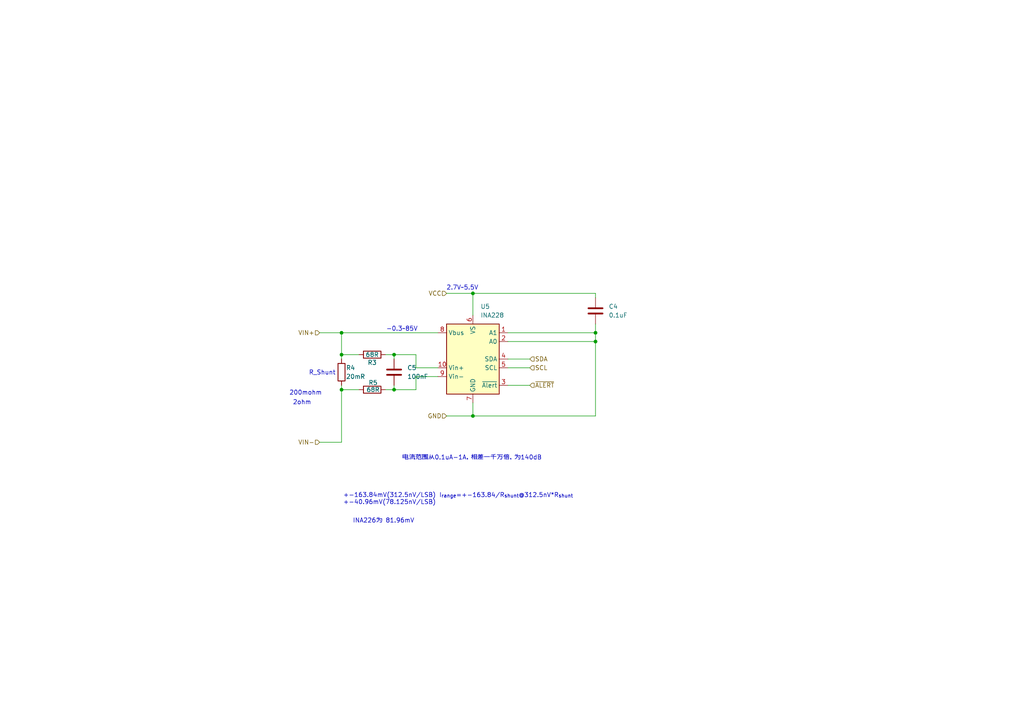
<source format=kicad_sch>
(kicad_sch (version 20231120) (generator "eeschema") (generator_version "8.0")
  (paper "A4")
  (lib_symbols
    (symbol "Device:C" (pin_numbers hide) (pin_names (offset 0.254))
      (property "Reference" "C" (at 0.635 2.54 0))
      (property "Value" "C" (at 0.635 -2.54 0))
      (symbol "C_0_1"
        (polyline (pts (xy -2.032 -0.762) (xy 2.032 -0.762)) (stroke (width 0.508)))
        (polyline (pts (xy -2.032 0.762) (xy 2.032 0.762)) (stroke (width 0.508)))
      )
      (symbol "C_1_1"
        (pin passive line (at 0 3.81 270) (length 2.794) (name "~") (number "1"))
        (pin passive line (at 0 -3.81 90) (length 2.794) (name "~") (number "2"))
      )
    )
    (symbol "Device:R" (pin_numbers hide) (pin_names (offset 0))
      (property "Reference" "R" (at 2.032 0 90))
      (property "Value" "R" (at 0 0 90))
      (symbol "R_0_1"
        (rectangle (start -1.016 -2.54) (end 1.016 2.54) (stroke (width 0.254)))
      )
      (symbol "R_1_1"
        (pin passive line (at 0 3.81 270) (length 1.27) (name "~") (number "1"))
        (pin passive line (at 0 -3.81 90) (length 1.27) (name "~") (number "2"))
      )
    )
    (symbol "Sensor_Energy:INA228"
      (property "Reference" "U" (at -6.35 11.43 0))
      (property "Value" "INA228" (at 3.81 11.43 0))
      (symbol "INA228_0_1"
        (rectangle (start 7.62 10.16) (end -7.62 -10.16) (stroke (width 0.254)) (fill (type background)))
      )
      (symbol "INA228_1_1"
        (pin input line (at 10.16 7.62 180) (length 2.54) (name "A1") (number "1"))
        (pin input line (at -10.16 -2.54 0) (length 2.54) (name "Vin+") (number "10"))
        (pin input line (at 10.16 5.08 180) (length 2.54) (name "A0") (number "2"))
        (pin open_collector line (at 10.16 -7.62 180) (length 2.54) (name "~{Alert}") (number "3"))
        (pin bidirectional line (at 10.16 0 180) (length 2.54) (name "SDA") (number "4"))
        (pin input line (at 10.16 -2.54 180) (length 2.54) (name "SCL") (number "5"))
        (pin power_in line (at 0 12.7 270) (length 2.54) (name "VS") (number "6"))
        (pin power_in line (at 0 -12.7 90) (length 2.54) (name "GND") (number "7"))
        (pin input line (at -10.16 7.62 0) (length 2.54) (name "Vbus") (number "8"))
        (pin input line (at -10.16 -5.08 0) (length 2.54) (name "Vin-") (number "9"))
      )
    )
  )
  (junction (at 114.3 113.03))
  (junction (at 114.3 102.87))
  (junction (at 99.06 102.87))
  (junction (at 172.72 99.06))
  (junction (at 99.06 113.03))
  (junction (at 99.06 96.52))
  (junction (at 137.16 85.09))
  (junction (at 172.72 96.52))
  (junction (at 137.16 120.65))
  (wire (pts (xy 127 106.68) (xy 120.65 106.68)))
  (wire (pts (xy 147.32 104.14) (xy 153.67 104.14)))
  (wire (pts (xy 111.76 102.87) (xy 114.3 102.87)))
  (wire (pts (xy 137.16 85.09) (xy 137.16 91.44)))
  (wire (pts (xy 114.3 102.87) (xy 114.3 104.14)))
  (wire (pts (xy 147.32 96.52) (xy 172.72 96.52)))
  (wire (pts (xy 92.71 96.52) (xy 99.06 96.52)))
  (wire (pts (xy 127 109.22) (xy 120.65 109.22)))
  (wire (pts (xy 147.32 99.06) (xy 172.72 99.06)))
  (wire (pts (xy 99.06 113.03) (xy 99.06 128.27)))
  (wire (pts (xy 111.76 113.03) (xy 114.3 113.03)))
  (wire (pts (xy 120.65 113.03) (xy 114.3 113.03)))
  (wire (pts (xy 172.72 96.52) (xy 172.72 99.06)))
  (wire (pts (xy 172.72 86.36) (xy 172.72 85.09)))
  (wire (pts (xy 172.72 120.65) (xy 137.16 120.65)))
  (wire (pts (xy 137.16 120.65) (xy 137.16 116.84)))
  (wire (pts (xy 99.06 102.87) (xy 99.06 104.14)))
  (wire (pts (xy 114.3 113.03) (xy 114.3 111.76)))
  (wire (pts (xy 120.65 102.87) (xy 114.3 102.87)))
  (wire (pts (xy 172.72 99.06) (xy 172.72 120.65)))
  (wire (pts (xy 147.32 111.76) (xy 153.67 111.76)))
  (wire (pts (xy 147.32 106.68) (xy 153.67 106.68)))
  (wire (pts (xy 99.06 102.87) (xy 104.14 102.87)))
  (wire (pts (xy 127 96.52) (xy 99.06 96.52)))
  (wire (pts (xy 99.06 96.52) (xy 99.06 102.87)))
  (wire (pts (xy 172.72 93.98) (xy 172.72 96.52)))
  (wire (pts (xy 120.65 106.68) (xy 120.65 102.87)))
  (wire (pts (xy 120.65 109.22) (xy 120.65 113.03)))
  (wire (pts (xy 99.06 111.76) (xy 99.06 113.03)))
  (wire (pts (xy 99.06 113.03) (xy 104.14 113.03)))
  (wire (pts (xy 137.16 85.09) (xy 172.72 85.09)))
  (wire (pts (xy 92.71 128.27) (xy 99.06 128.27)))
  (wire (pts (xy 129.54 120.65) (xy 137.16 120.65)))
  (wire (pts (xy 129.54 85.09) (xy 137.16 85.09)))
  (text "电流范围从0.1uA-1A，相差一千万倍，为140dB" (at 136.906 132.842 0) (effects (font (size 1.27 1.27))))
  (text "2.7V~5.5V" (at 134.112 83.566 0) (effects (font (size 1.27 1.27))))
  (text "-0.3~85V" (at 116.586 95.504 0) (effects (font (size 1.27 1.27))))
  (text "+-163.84mV(312.5nV/LSB)\n+-40.96mV(78.125nV/LSB)" (at 112.996 144.7648 0) (effects (font (size 1.27 1.27))))
  (text "2ohm" (at 87.606 116.8204 0) (effects (font (size 1.27 1.27))))
  (text "200mohm" (at 88.646 114.046 0) (effects (font (size 1.27 1.27))))
  (text "INA226为 81.96mV" (at 111.252 151.13 0) (effects (font (size 1.27 1.27))))
  (text "I_{range}=+-163.84/R_{shunt}@312.5nV*R_{shunt}" (at 146.812 143.764 0) (effects (font (size 1.27 1.27))))
  (text "R_Shunt" (at 93.472 108.204 0) (effects (font (size 1.27 1.27))))
  (hierarchical_label "GND" (shape input) (at 129.54 120.65 180))
  (hierarchical_label "VCC" (shape input) (at 129.54 85.09 180))
  (hierarchical_label "VIN-" (shape input) (at 92.71 128.27 180))
  (hierarchical_label "SDA" (shape input) (at 153.67 104.14 0))
  (hierarchical_label "~{ALERT}" (shape input) (at 153.67 111.76 0))
  (hierarchical_label "VIN+" (shape input) (at 92.71 96.52 180))
  (hierarchical_label "SCL" (shape input) (at 153.67 106.68 0))
  (symbol (lib_id "Device:R") (at 107.95 113.03 90) (unit 1)
    (property "Reference" "R5" (at 108.204 110.998 90))
    (property "Value" "68R" (at 108.204 113.03 90))
    (property "Footprint" "Resistor_SMD:R_0402_1005Metric" (effects (hide yes)))
    (property "Description" "Resistor" (effects (hide yes)))
    (instances (project "usbMeter" (path "" (reference "R5") (unit 1))) (project "watchDebugger" (path "" (reference "R24") (unit 1))))
  )
  (symbol (lib_id "Device:R") (at 107.95 102.87 90) (unit 1)
    (property "Reference" "R3" (at 107.95 105.156 90))
    (property "Value" "68R" (at 107.95 102.87 90))
    (property "Footprint" "Resistor_SMD:R_0402_1005Metric" (effects (hide yes)))
    (property "Description" "Resistor" (effects (hide yes)))
    (instances (project "usbMeter" (path "" (reference "R3") (unit 1))) (project "watchDebugger" (path "" (reference "R25") (unit 1))))
  )
  (symbol (lib_id "Device:C") (at 172.72 90.17 0) (unit 1)
    (property "Reference" "C4" (at 176.53 88.8999 0) (effects (justify left)))
    (property "Value" "0.1uF" (at 176.53 91.4399 0) (effects (justify left)))
    (property "Footprint" "Capacitor_SMD:C_0402_1005Metric" (effects (hide yes)))
    (property "Description" "Unpolarized capacitor" (effects (hide yes)))
    (instances (project "usbMeter" (path "" (reference "C4") (unit 1))) (project "" (path "" (reference "C11") (unit 1))))
  )
  (symbol (lib_id "Sensor_Energy:INA228") (at 137.16 104.14 0) (unit 1)
    (property "Reference" "U5" (at 139.3541 88.9 0) (effects (justify left)))
    (property "Value" "INA228" (at 139.3541 91.44 0) (effects (justify left)))
    (property "Footprint" "Package_SO:VSSOP-10_3x3mm_P0.5mm" (effects (hide yes)))
    (property "Datasheet" "https://www.ti.com/lit/ds/symlink/ina228.pdf" (effects (hide yes)))
    (property "Description" "High-Side or Low-Side Measurement, Bi-Directional Current and Power Monitor (0-85V) with I2C, SMBus-, and PMBus-Compatible Interface, VSSOP-10" (effects (hide yes)))
    (instances (project "usbMeter" (path "" (reference "U5") (unit 1))) (project "watchDebugger" (path "" (reference "U7") (unit 1))))
  )
  (symbol (lib_id "Device:R") (at 99.06 107.95 0) (unit 1)
    (property "Reference" "R4" (at 100.33 106.68 0) (effects (justify left)))
    (property "Value" "20mR" (at 100.33 109.22 0) (effects (justify left)))
    (property "Footprint" "Resistor_SMD:R_1206_3216Metric" (effects (hide yes)))
    (property "Description" "Resistor" (effects (hide yes)))
    (instances (project "usbMeter" (path "" (reference "R4") (unit 1))) (project "" (path "" (reference "R23") (unit 1))))
  )
  (symbol (lib_id "Device:C") (at 114.3 107.95 0) (unit 1)
    (property "Reference" "C5" (at 118.11 106.6799 0) (effects (justify left)))
    (property "Value" "100nF" (at 118.11 109.2199 0) (effects (justify left)))
    (property "Footprint" "Capacitor_SMD:C_0402_1005Metric" (effects (hide yes)))
    (property "Description" "Unpolarized capacitor" (effects (hide yes)))
    (instances (project "usbMeter" (path "" (reference "C5") (unit 1))) (project "" (path "" (reference "C12") (unit 1))))
  )
)
</source>
